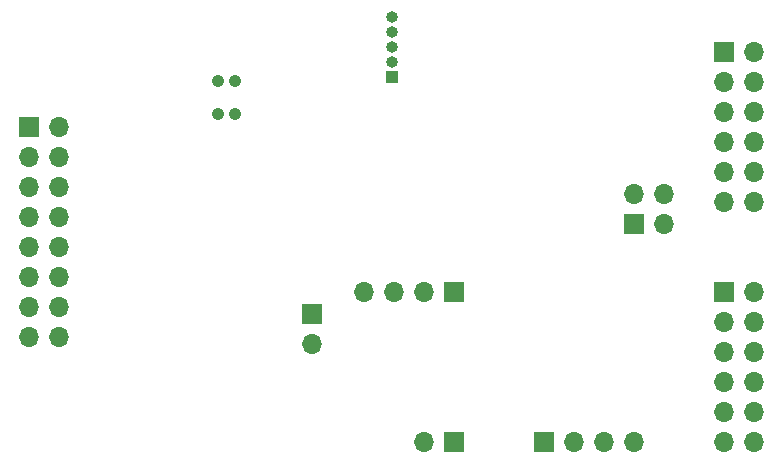
<source format=gbr>
%TF.GenerationSoftware,KiCad,Pcbnew,5.1.10-88a1d61d58~88~ubuntu18.04.1*%
%TF.CreationDate,2021-08-17T21:06:30+02:00*%
%TF.ProjectId,Mainboard,4d61696e-626f-4617-9264-2e6b69636164,rev?*%
%TF.SameCoordinates,Original*%
%TF.FileFunction,Soldermask,Bot*%
%TF.FilePolarity,Negative*%
%FSLAX46Y46*%
G04 Gerber Fmt 4.6, Leading zero omitted, Abs format (unit mm)*
G04 Created by KiCad (PCBNEW 5.1.10-88a1d61d58~88~ubuntu18.04.1) date 2021-08-17 21:06:30*
%MOMM*%
%LPD*%
G01*
G04 APERTURE LIST*
%ADD10O,1.700000X1.700000*%
%ADD11R,1.700000X1.700000*%
%ADD12C,1.061200*%
%ADD13O,1.000000X1.000000*%
%ADD14R,1.000000X1.000000*%
G04 APERTURE END LIST*
D10*
%TO.C,J9*%
X143510000Y-67310000D03*
X146050000Y-67310000D03*
X148590000Y-67310000D03*
D11*
X151130000Y-67310000D03*
%TD*%
D10*
%TO.C,J8*%
X148590000Y-80010000D03*
D11*
X151130000Y-80010000D03*
%TD*%
D10*
%TO.C,J7*%
X139065000Y-71755000D03*
D11*
X139065000Y-69215000D03*
%TD*%
D10*
%TO.C,J6*%
X166370000Y-80010000D03*
X163830000Y-80010000D03*
X161290000Y-80010000D03*
D11*
X158750000Y-80010000D03*
%TD*%
D12*
%TO.C,U1*%
X132550000Y-52265000D03*
X131150000Y-52265000D03*
X131150000Y-49465000D03*
X132550000Y-49465000D03*
%TD*%
D10*
%TO.C,J5*%
X168910000Y-59055000D03*
X168910000Y-61595000D03*
X166370000Y-59055000D03*
D11*
X166370000Y-61595000D03*
%TD*%
D10*
%TO.C,J4*%
X176530000Y-80010000D03*
X173990000Y-80010000D03*
X176530000Y-77470000D03*
X173990000Y-77470000D03*
X176530000Y-74930000D03*
X173990000Y-74930000D03*
X176530000Y-72390000D03*
X173990000Y-72390000D03*
X176530000Y-69850000D03*
X173990000Y-69850000D03*
X176530000Y-67310000D03*
D11*
X173990000Y-67310000D03*
%TD*%
D10*
%TO.C,J3*%
X176530000Y-59690000D03*
X173990000Y-59690000D03*
X176530000Y-57150000D03*
X173990000Y-57150000D03*
X176530000Y-54610000D03*
X173990000Y-54610000D03*
X176530000Y-52070000D03*
X173990000Y-52070000D03*
X176530000Y-49530000D03*
X173990000Y-49530000D03*
X176530000Y-46990000D03*
D11*
X173990000Y-46990000D03*
%TD*%
D10*
%TO.C,J2*%
X117635000Y-71120000D03*
X115095000Y-71120000D03*
X117635000Y-68580000D03*
X115095000Y-68580000D03*
X117635000Y-66040000D03*
X115095000Y-66040000D03*
X117635000Y-63500000D03*
X115095000Y-63500000D03*
X117635000Y-60960000D03*
X115095000Y-60960000D03*
X117635000Y-58420000D03*
X115095000Y-58420000D03*
X117635000Y-55880000D03*
X115095000Y-55880000D03*
X117635000Y-53340000D03*
D11*
X115095000Y-53340000D03*
%TD*%
D13*
%TO.C,J1*%
X145851000Y-44036000D03*
X145851000Y-45306000D03*
X145851000Y-46576000D03*
X145851000Y-47846000D03*
D14*
X145851000Y-49116000D03*
%TD*%
M02*

</source>
